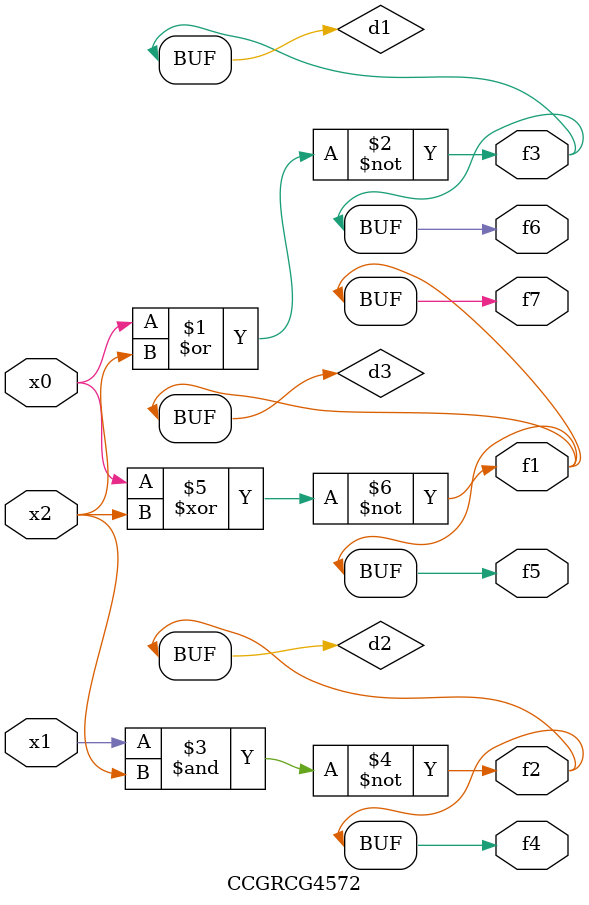
<source format=v>
module CCGRCG4572(
	input x0, x1, x2,
	output f1, f2, f3, f4, f5, f6, f7
);

	wire d1, d2, d3;

	nor (d1, x0, x2);
	nand (d2, x1, x2);
	xnor (d3, x0, x2);
	assign f1 = d3;
	assign f2 = d2;
	assign f3 = d1;
	assign f4 = d2;
	assign f5 = d3;
	assign f6 = d1;
	assign f7 = d3;
endmodule

</source>
